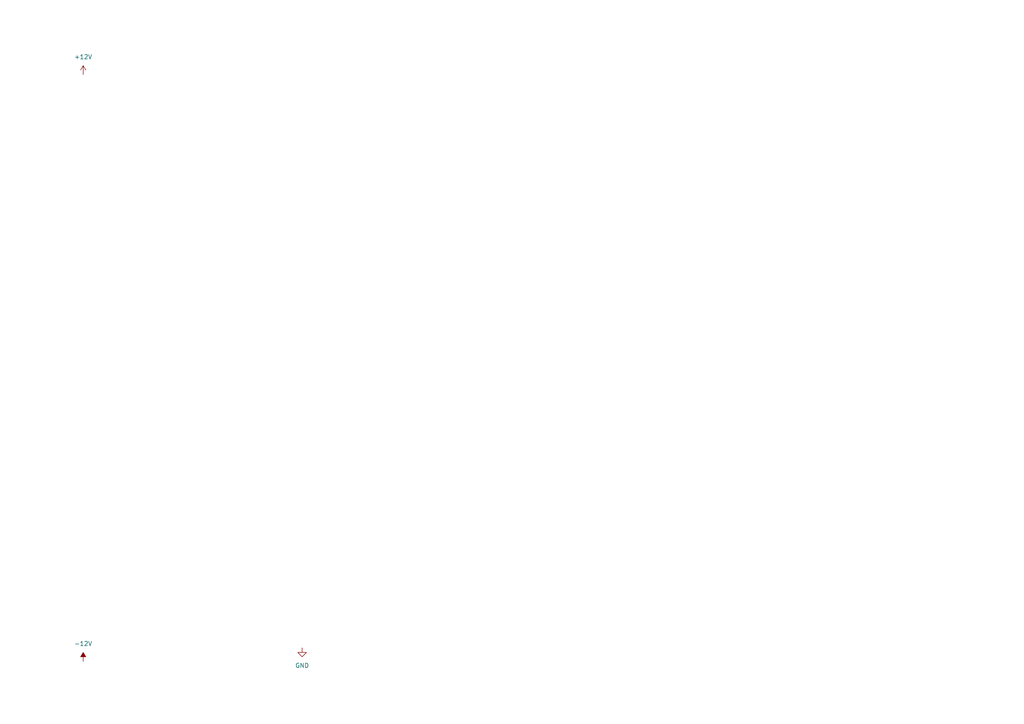
<source format=kicad_sch>
(kicad_sch (version 20250114) (generator "eeschema") (generator_version "9.0")
  (paper "A4")
  (title_block (title "Analog Cruise Control System for DC Motor Applications") (date "2025-09-09") (rev "1") (company "Derek Stoddard, Swaroop Handral") (comment 2 "Wired schematic"))
  (lib_symbols
    (symbol "power:+12V" (power) (pin_numbers (hide yes)) (pin_names (offset 0) (hide yes))
      (property "Value" "+12V" (at 0 3.556 0))
      (symbol "+12V_0_1"
        (polyline (pts (xy -0.762 1.27) (xy 0 2.54)))
        (polyline (pts (xy 0 2.54) (xy 0.762 1.27)))
        (polyline (pts (xy 0 0) (xy 0 2.54)))
      )
      (symbol "+12V_1_1"
        (pin power_in line (at 0 0 90) (length 0) (name "~") (number "1"))
      )
    )
    (symbol "power:-12V" (power) (pin_numbers (hide yes)) (pin_names (offset 0) (hide yes))
      (property "Value" "-12V" (at 0 3.556 0))
      (symbol "-12V_0_0"
        (pin power_in line (at 0 0 90) (length 0) (name "~") (number "1"))
      )
      (symbol "-12V_0_1"
        (polyline (pts (xy 0 0) (xy 0 1.27) (xy 0.762 1.27) (xy 0 2.54) (xy -0.762 1.27) (xy 0 1.27)) (fill (type outline)))
      )
    )
    (symbol "power:GND" (power) (pin_numbers (hide yes)) (pin_names (offset 0) (hide yes))
      (property "Value" "GND" (at 0 -3.81 0))
      (symbol "GND_0_1"
        (polyline (pts (xy 0 0) (xy 0 -1.27) (xy 1.27 -1.27) (xy 0 -2.54) (xy -1.27 -1.27) (xy 0 -1.27)))
      )
      (symbol "GND_1_1"
        (pin power_in line (at 0 0 270) (length 0) (name "~") (number "1"))
      )
    )
  )
  (symbol (lib_id "power:-12V") (at 24.13 191.77 0) (unit 1)
    (property "Reference" "VEE01" (effects (hide yes)))
    (property "Value" "-12V" (at 24.13 186.69 0))
    (property "Description" "Power symbol creates a global label with name \"-12V\"" (effects (hide yes)))
  )
  (symbol (lib_id "power:GND") (at 87.63 187.96 0) (unit 1)
    (property "Reference" "#PWR01" (effects (hide yes)))
    (property "Value" "GND" (at 87.63 193.04 0))
    (property "Description" "Power symbol creates a global label with name \"GND\" , ground" (effects (hide yes)))
  )
  (symbol (lib_id "power:+12V") (at 24.13 21.59 0) (unit 1)
    (property "Reference" "VCC01" (effects (hide yes)))
    (property "Value" "+12V" (at 24.13 16.51 0))
    (property "Description" "Power symbol creates a global label with name \"+12V\"" (effects (hide yes)))
  )
)
</source>
